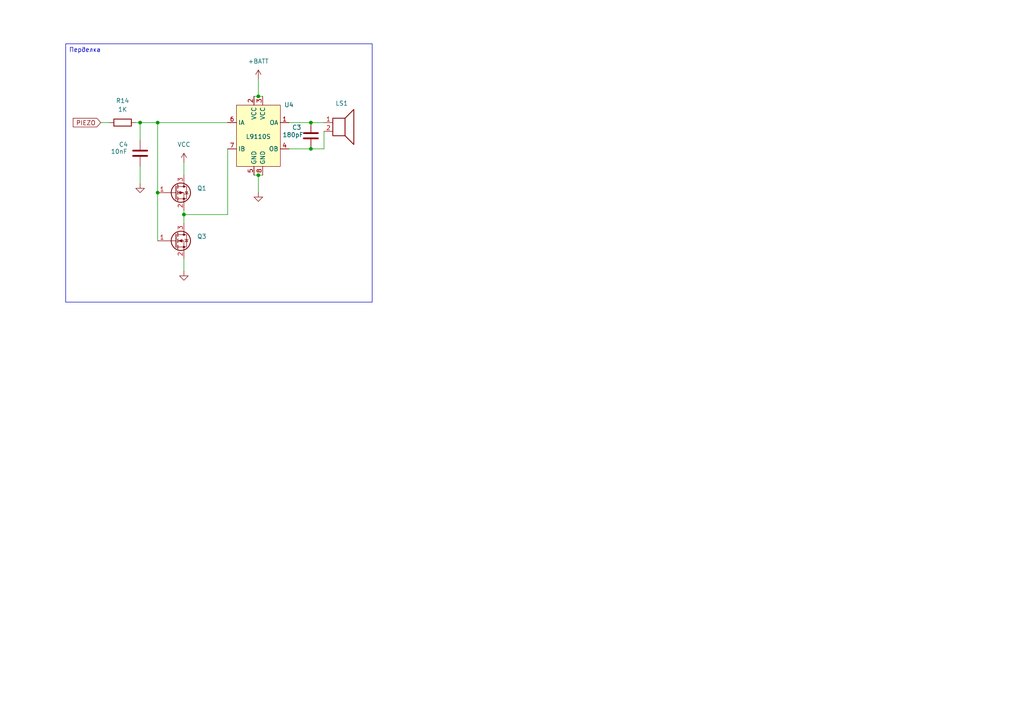
<source format=kicad_sch>
(kicad_sch (version 20250114) (generator "eeschema") (generator_version "9.0")
  (paper "A4")
  (title_block (title "Ornex Z-Lock") (date "2025-06-05") (rev "0.0.4") (company "Ornex"))
  (lib_symbols
    (symbol "Device:C" (pin_numbers (hide yes)) (pin_names (offset 0.254))
      (property "Reference" "C" (at 0.635 2.54 0))
      (property "Value" "C" (at 0.635 -2.54 0))
      (symbol "C_0_1"
        (polyline (pts (xy -2.032 0.762) (xy 2.032 0.762)) (stroke (width 0.508)))
        (polyline (pts (xy -2.032 -0.762) (xy 2.032 -0.762)) (stroke (width 0.508)))
      )
      (symbol "C_1_1"
        (pin passive line (at 0 3.81 270) (length 2.794) (name "~") (number "1"))
        (pin passive line (at 0 -3.81 90) (length 2.794) (name "~") (number "2"))
      )
    )
    (symbol "Device:R" (pin_numbers (hide yes)) (pin_names (offset 0))
      (property "Reference" "R" (at 2.032 0 90))
      (property "Value" "R" (at 0 0 90))
      (symbol "R_0_1"
        (rectangle (start -1.016 -2.54) (end 1.016 2.54) (stroke (width 0.254)))
      )
      (symbol "R_1_1"
        (pin passive line (at 0 3.81 270) (length 1.27) (name "~") (number "1"))
        (pin passive line (at 0 -3.81 90) (length 1.27) (name "~") (number "2"))
      )
    )
    (symbol "Device:Speaker" (pin_names (offset 0) (hide yes))
      (property "Reference" "LS" (at 1.27 5.715 0))
      (property "Value" "Speaker" (at 1.27 3.81 0))
      (symbol "Speaker_0_0"
        (rectangle (start -2.54 1.27) (end 1.016 -3.81) (stroke (width 0.254)))
        (polyline (pts (xy 1.016 1.27) (xy 3.556 3.81) (xy 3.556 -6.35) (xy 1.016 -3.81)) (stroke (width 0.254)))
      )
      (symbol "Speaker_1_1"
        (pin input line (at -5.08 0 0) (length 2.54) (name "1") (number "1"))
        (pin input line (at -5.08 -2.54 0) (length 2.54) (name "2") (number "2"))
      )
    )
    (symbol "L9110S_1"
      (property "Reference" "U" (at 0 0 0))
      (property "Value" "L9110S" (at -0.254 1.778 0))
      (symbol "L9110S_1_1_1"
        (rectangle (start -6.35 8.89) (end 6.35 -8.89) (fill (type background)))
        (pin input line (at -8.89 3.81 0) (length 2.54) (name "IA") (number "6"))
        (pin input line (at -8.89 -3.81 0) (length 2.54) (name "IB") (number "7"))
        (pin power_in line (at -1.27 11.43 270) (length 2.54) (name "VCC") (number "2"))
        (pin power_in line (at -1.27 -11.43 90) (length 2.54) (name "GND") (number "5"))
        (pin power_in line (at 1.27 11.43 270) (length 2.54) (name "VCC") (number "3"))
        (pin power_in line (at 1.27 -11.43 90) (length 2.54) (name "GND") (number "8"))
        (pin output line (at 8.89 3.81 180) (length 2.54) (name "OA") (number "1"))
        (pin output line (at 8.89 -3.81 180) (length 2.54) (name "OB") (number "4"))
      )
    )
    (symbol "OrnexParts:Si2323" (pin_names (hide yes))
      (property "Reference" "Q" (at 5.08 1.905 0))
      (property "Value" "Si2323" (at 5.08 0 0))
      (symbol "Si2323_0_1"
        (polyline (pts (xy 0.254 1.905) (xy 0.254 -1.905)) (stroke (width 0.254)))
        (polyline (pts (xy 0.254 0) (xy -2.54 0)))
        (polyline (pts (xy 0.762 2.286) (xy 0.762 1.27)) (stroke (width 0.254)))
        (polyline (pts (xy 0.762 1.778) (xy 3.302 1.778) (xy 3.302 -1.778) (xy 0.762 -1.778)))
        (polyline (pts (xy 0.762 0.508) (xy 0.762 -0.508)) (stroke (width 0.254)))
        (polyline (pts (xy 0.762 -1.27) (xy 0.762 -2.286)) (stroke (width 0.254)))
        (circle (center 1.651 0) (radius 2.794) (stroke (width 0.254)))
        (polyline (pts (xy 2.286 0) (xy 1.27 0.381) (xy 1.27 -0.381) (xy 2.286 0)) (fill (type outline)))
        (polyline (pts (xy 2.54 2.54) (xy 2.54 1.778)))
        (circle (center 2.54 1.778) (radius 0.254) (fill (type outline)))
        (circle (center 2.54 -1.778) (radius 0.254) (fill (type outline)))
        (polyline (pts (xy 2.54 -2.54) (xy 2.54 0) (xy 0.762 0)))
        (polyline (pts (xy 2.794 -0.508) (xy 2.921 -0.381) (xy 3.683 -0.381) (xy 3.81 -0.254)))
        (polyline (pts (xy 3.302 -0.381) (xy 2.921 0.254) (xy 3.683 0.254) (xy 3.302 -0.381)))
      )
      (symbol "Si2323_1_1"
        (pin input line (at -5.08 0 0) (length 2.54) (name "G") (number "1"))
        (pin passive line (at 2.54 5.08 270) (length 2.54) (name "D") (number "3"))
        (pin passive line (at 2.54 -5.08 90) (length 2.54) (name "S") (number "2"))
      )
    )
    (symbol "Transistor_FET:AO3400A" (pin_names (hide yes))
      (property "Reference" "Q" (at 5.08 1.905 0))
      (property "Value" "AO3400A" (at 5.08 0 0))
      (symbol "AO3400A_0_1"
        (polyline (pts (xy 0.254 1.905) (xy 0.254 -1.905)) (stroke (width 0.254)))
        (polyline (pts (xy 0.254 0) (xy -2.54 0)))
        (polyline (pts (xy 0.762 2.286) (xy 0.762 1.27)) (stroke (width 0.254)))
        (polyline (pts (xy 0.762 0.508) (xy 0.762 -0.508)) (stroke (width 0.254)))
        (polyline (pts (xy 0.762 -1.27) (xy 0.762 -2.286)) (stroke (width 0.254)))
        (polyline (pts (xy 0.762 -1.778) (xy 3.302 -1.778) (xy 3.302 1.778) (xy 0.762 1.778)))
        (polyline (pts (xy 1.016 0) (xy 2.032 0.381) (xy 2.032 -0.381) (xy 1.016 0)) (fill (type outline)))
        (circle (center 1.651 0) (radius 2.794) (stroke (width 0.254)))
        (polyline (pts (xy 2.54 2.54) (xy 2.54 1.778)))
        (circle (center 2.54 1.778) (radius 0.254) (fill (type outline)))
        (circle (center 2.54 -1.778) (radius 0.254) (fill (type outline)))
        (polyline (pts (xy 2.54 -2.54) (xy 2.54 0) (xy 0.762 0)))
        (polyline (pts (xy 2.794 0.508) (xy 2.921 0.381) (xy 3.683 0.381) (xy 3.81 0.254)))
        (polyline (pts (xy 3.302 0.381) (xy 2.921 -0.254) (xy 3.683 -0.254) (xy 3.302 0.381)))
      )
      (symbol "AO3400A_1_1"
        (pin input line (at -5.08 0 0) (length 2.54) (name "G") (number "1"))
        (pin passive line (at 2.54 5.08 270) (length 2.54) (name "D") (number "3"))
        (pin passive line (at 2.54 -5.08 90) (length 2.54) (name "S") (number "2"))
      )
    )
    (symbol "power:+BATT" (power) (pin_numbers (hide yes)) (pin_names (offset 0) (hide yes))
      (property "Value" "+BATT" (at 0 3.556 0))
      (symbol "+BATT_0_1"
        (polyline (pts (xy -0.762 1.27) (xy 0 2.54)))
        (polyline (pts (xy 0 2.54) (xy 0.762 1.27)))
        (polyline (pts (xy 0 0) (xy 0 2.54)))
      )
      (symbol "+BATT_1_1"
        (pin power_in line (at 0 0 90) (length 0) (name "~") (number "1"))
      )
    )
    (symbol "power:GND" (power) (pin_numbers (hide yes)) (pin_names (offset 0) (hide yes))
      (property "Value" "GND" (at 0 -3.81 0))
      (symbol "GND_0_1"
        (polyline (pts (xy 0 0) (xy 0 -1.27) (xy 1.27 -1.27) (xy 0 -2.54) (xy -1.27 -1.27) (xy 0 -1.27)))
      )
      (symbol "GND_1_1"
        (pin power_in line (at 0 0 270) (length 0) (name "~") (number "1"))
      )
    )
    (symbol "power:VCC" (power) (pin_numbers (hide yes)) (pin_names (offset 0) (hide yes))
      (property "Value" "VCC" (at 0 3.556 0))
      (symbol "VCC_0_1"
        (polyline (pts (xy -0.762 1.27) (xy 0 2.54)))
        (polyline (pts (xy 0 2.54) (xy 0.762 1.27)))
        (polyline (pts (xy 0 0) (xy 0 2.54)))
      )
      (symbol "VCC_1_1"
        (pin power_in line (at 0 0 90) (length 0) (name "~") (number "1"))
      )
    )
  )
  (text_box "Перделка" (at 19.05 12.7 0) (size 88.9 74.93) (margins 0.9525 0.9525 0.9525 0.9525) (effects (font (size 1.27 1.27)) (justify left top)))
  (junction (at 45.72 35.56))
  (junction (at 90.17 43.18))
  (junction (at 45.72 55.88))
  (junction (at 53.34 62.23))
  (junction (at 40.64 35.56))
  (junction (at 74.93 50.8))
  (junction (at 90.17 35.56))
  (junction (at 74.93 27.94))
  (wire (pts (xy 90.17 35.56) (xy 93.98 35.56)))
  (wire (pts (xy 74.93 50.8) (xy 74.93 55.88)))
  (wire (pts (xy 53.34 60.96) (xy 53.34 62.23)))
  (wire (pts (xy 93.98 38.1) (xy 93.98 43.18)))
  (wire (pts (xy 66.04 43.18) (xy 66.04 62.23)))
  (wire (pts (xy 40.64 35.56) (xy 45.72 35.56)))
  (wire (pts (xy 45.72 35.56) (xy 66.04 35.56)))
  (wire (pts (xy 66.04 62.23) (xy 53.34 62.23)))
  (wire (pts (xy 74.93 50.8) (xy 76.2 50.8)))
  (wire (pts (xy 53.34 62.23) (xy 53.34 64.77)))
  (wire (pts (xy 74.93 27.94) (xy 76.2 27.94)))
  (wire (pts (xy 45.72 55.88) (xy 45.72 69.85)))
  (wire (pts (xy 40.64 35.56) (xy 40.64 40.64)))
  (wire (pts (xy 29.21 35.56) (xy 31.75 35.56)))
  (wire (pts (xy 53.34 46.99) (xy 53.34 50.8)))
  (wire (pts (xy 73.66 27.94) (xy 74.93 27.94)))
  (wire (pts (xy 73.66 50.8) (xy 74.93 50.8)))
  (wire (pts (xy 53.34 74.93) (xy 53.34 78.74)))
  (wire (pts (xy 83.82 43.18) (xy 90.17 43.18)))
  (wire (pts (xy 40.64 48.26) (xy 40.64 53.34)))
  (wire (pts (xy 90.17 43.18) (xy 93.98 43.18)))
  (wire (pts (xy 39.37 35.56) (xy 40.64 35.56)))
  (wire (pts (xy 83.82 35.56) (xy 90.17 35.56)))
  (wire (pts (xy 74.93 22.86) (xy 74.93 27.94)))
  (wire (pts (xy 45.72 35.56) (xy 45.72 55.88)))
  (global_label "PIEZO" (shape input) (at 29.21 35.56 180) (property "Intersheetrefs" "${INTERSHEET_REFS}" (effects (hide yes))))
  (symbol (lib_id "power:+BATT") (at 74.93 22.86 0) (unit 1)
    (property "Reference" "#PWR021" (effects (hide yes)))
    (property "Value" "+BATT" (at 74.93 17.78 0))
    (property "Description" "Power symbol creates a global label with name \"+BATT\"" (effects (hide yes)))
  )
  (symbol (lib_id "Transistor_FET:AO3400A") (at 50.8 69.85 0) (unit 1)
    (property "Reference" "Q3" (at 57.15 68.5799 0) (effects (justify left)))
    (property "Value" "AO3400A" (effects (hide yes)))
    (property "Footprint" "Package_TO_SOT_SMD:SOT-23" (effects (hide yes)))
    (property "Datasheet" "http://www.aosmd.com/pdfs/datasheet/AO3400A.pdf" (effects (hide yes)))
    (property "Description" "30V Vds, 5.7A Id, N-Channel MOSFET, SOT-23" (effects (hide yes)))
  )
  (symbol (lib_id "Device:C") (at 40.64 44.45 0) (unit 1)
    (property "Reference" "C4" (at 35.814 41.91 0))
    (property "Value" "10nF" (at 34.544 43.942 0))
    (property "Footprint" "Capacitor_SMD:C_0805_2012Metric_Pad1.18x1.45mm_HandSolder" (effects (hide yes)))
  )
  (symbol (lib_id "power:GND") (at 74.93 55.88 0) (unit 1)
    (property "Reference" "#PWR022" (effects (hide yes)))
    (property "Value" "GND" (effects (hide yes)))
    (property "Description" "Power symbol creates a global label with name \"GND\" , ground" (effects (hide yes)))
  )
  (symbol (lib_id "power:GND") (at 53.34 78.74 0) (unit 1)
    (property "Reference" "#PWR02" (effects (hide yes)))
    (property "Value" "GND" (effects (hide yes)))
    (property "Description" "Power symbol creates a global label with name \"GND\" , ground" (effects (hide yes)))
  )
  (symbol (lib_id "Device:C") (at 90.17 39.37 0) (unit 1)
    (property "Reference" "C3" (at 84.709 36.957 0) (effects (justify left)))
    (property "Value" "180pF" (at 81.915 39.116 0) (effects (justify left)))
    (property "Footprint" "Capacitor_SMD:C_0805_2012Metric_Pad1.18x1.45mm_HandSolder" (effects (hide yes)))
  )
  (symbol (lib_id "power:GND") (at 40.64 53.34 0) (unit 1)
    (property "Reference" "#PWR033" (effects (hide yes)))
    (property "Value" "GND" (effects (hide yes)))
    (property "Description" "Power symbol creates a global label with name \"GND\" , ground" (effects (hide yes)))
  )
  (symbol (lib_id "power:VCC") (at 53.34 46.99 0) (unit 1)
    (property "Reference" "#PWR023" (effects (hide yes)))
    (property "Value" "VCC" (at 53.34 41.91 0))
    (property "Description" "Power symbol creates a global label with name \"VCC\"" (effects (hide yes)))
  )
  (symbol (lib_id "Device:Speaker") (at 99.06 35.56 0) (unit 1)
    (property "Reference" "LS1" (at 97.282 29.972 0) (effects (justify left)))
    (property "Value" "PKLCS1212E4001" (effects (hide yes)))
    (property "Footprint" "Buzzer_Beeper:Buzzer_Mallory_AST1240MLQ" (effects (hide yes)))
    (property "Description" "Speaker" (effects (hide yes)))
  )
  (symbol (lib_name "L9110S_1") (lib_id "OrnexParts:L9110S") (at 74.93 39.37 0) (unit 1)
    (property "Reference" "U4" (at 83.82 30.4098 0))
    (property "Value" "L9110S" (at 74.93 39.624 0))
    (property "Footprint" "Package_SO:SOP-8_3.9x4.9mm_P1.27mm" (effects (hide yes)))
    (property "Description" "H-brigde motor driver" (effects (hide yes)))
  )
  (symbol (lib_id "OrnexParts:Si2323") (at 50.8 55.88 0) (unit 1)
    (property "Reference" "Q1" (at 57.15 54.6099 0) (effects (justify left)))
    (property "Value" "Si2323" (effects (hide yes)))
    (property "Footprint" "Package_TO_SOT_SMD:SOT-23" (effects (hide yes)))
    (property "Datasheet" "http://www.vishay.com/docs/66709/si2319cd.pdf" (effects (hide yes)))
    (property "Description" "-4.4A Id, -40V Vds, P-Channel MOSFET, SOT-23" (effects (hide yes)))
  )
  (symbol (lib_id "Device:R") (at 35.56 35.56 90) (unit 1)
    (property "Reference" "R14" (at 35.56 29.21 90))
    (property "Value" "1K" (at 35.56 31.75 90))
    (property "Footprint" "Resistor_SMD:R_0805_2012Metric_Pad1.20x1.40mm_HandSolder" (effects (hide yes)))
    (property "Description" "Resistor" (effects (hide yes)))
  )
)
</source>
